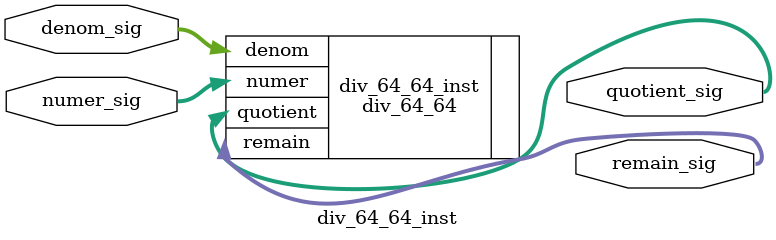
<source format=v>
module div_64_64_inst #(
    parameter DATA_WIDTH = 64
) (
    input wire [DATA_WIDTH-1:0] numer_sig,
    input wire [DATA_WIDTH-1:0] denom_sig,

    output wire [DATA_WIDTH-1:0] quotient_sig,
    output wire [DATA_WIDTH-1:0] remain_sig
);

  div_64_64 div_64_64_inst (
      .denom(denom_sig),
      .numer(numer_sig),
      .quotient(quotient_sig),
      .remain(remain_sig)
  );

endmodule  //div_64_64_inst



</source>
